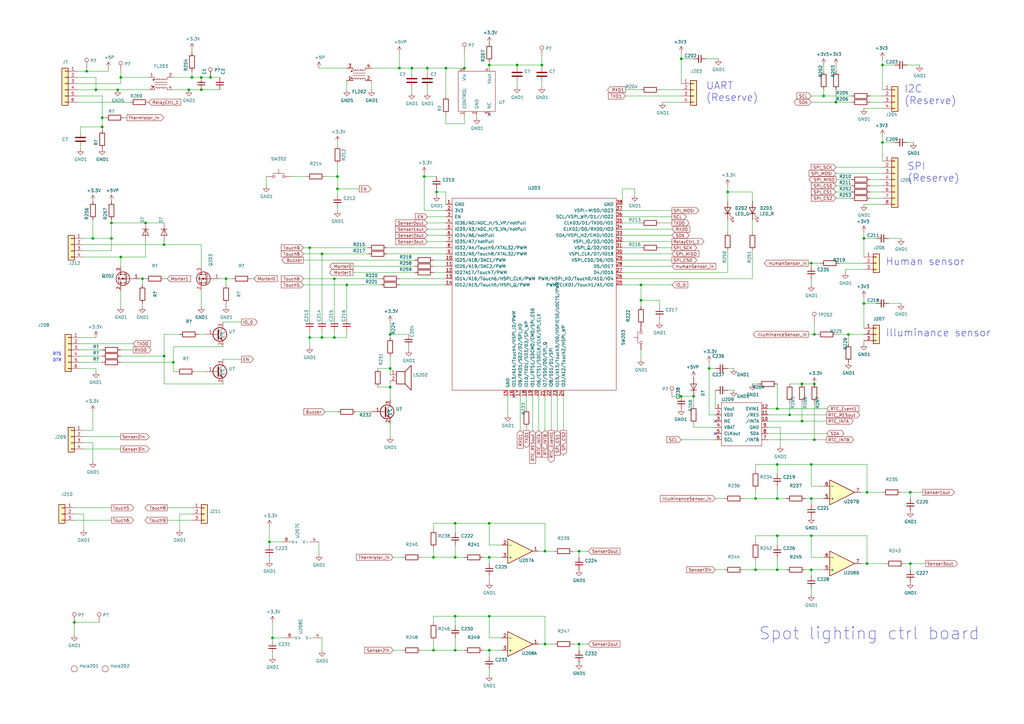
<source format=kicad_sch>
(kicad_sch (version 20211123) (generator eeschema)
  (paper "A3")
  (junction (at 309.88 204.47))
  (junction (at 45.72 91.44))
  (junction (at 190.5 27.94))
  (junction (at 41.91 48.26))
  (junction (at 49.53 105.41))
  (junction (at 186.69 266.7))
  (junction (at 110.49 222.25))
  (junction (at 318.77 204.47))
  (junction (at 182.88 27.94))
  (junction (at 132.08 138.43))
  (junction (at 175.26 27.94))
  (junction (at 49.53 31.75))
  (junction (at 200.66 228.6))
  (junction (at 179.07 78.74))
  (junction (at 355.6 231.14))
  (junction (at 309.88 233.68))
  (junction (at 355.6 201.93))
  (junction (at 332.74 204.47))
  (junction (at 160.02 137.16))
  (junction (at 186.69 228.6))
  (junction (at 35.56 29.21))
  (junction (at 354.33 97.79))
  (junction (at 347.98 137.16))
  (junction (at 127 101.6))
  (junction (at 318.77 233.68))
  (junction (at 38.1 97.79))
  (junction (at 82.55 31.75))
  (junction (at 82.55 36.83))
  (junction (at 361.95 58.42))
  (junction (at 223.52 226.06))
  (junction (at 186.69 252.73))
  (junction (at 361.95 26.67))
  (junction (at 168.91 27.94))
  (junction (at 290.83 151.13))
  (junction (at 334.01 137.16))
  (junction (at 177.8 228.6))
  (junction (at 48.26 36.83))
  (junction (at 41.91 52.07))
  (junction (at 373.38 231.14))
  (junction (at 142.24 116.84))
  (junction (at 237.49 264.16))
  (junction (at 332.74 233.68))
  (junction (at 337.82 39.37))
  (junction (at 58.42 114.3))
  (junction (at 77.47 36.83))
  (junction (at 160.02 158.75))
  (junction (at 279.4 162.56))
  (junction (at 86.36 31.75))
  (junction (at 173.99 72.39))
  (junction (at 67.31 146.05))
  (junction (at 328.93 172.72))
  (junction (at 127 138.43))
  (junction (at 373.38 201.93))
  (junction (at 59.69 91.44))
  (junction (at 177.8 266.7))
  (junction (at 354.33 124.46))
  (junction (at 30.48 255.27))
  (junction (at 318.77 190.5))
  (junction (at 334.01 180.34))
  (junction (at 318.77 167.64))
  (junction (at 262.89 123.19))
  (junction (at 279.4 24.13))
  (junction (at 137.16 138.43))
  (junction (at 39.37 36.83))
  (junction (at 200.66 26.67))
  (junction (at 334.01 157.48))
  (junction (at 200.66 266.7))
  (junction (at 78.74 31.75))
  (junction (at 160.02 151.13))
  (junction (at 342.9 41.91))
  (junction (at 132.08 104.14))
  (junction (at 328.93 157.48))
  (junction (at 332.74 107.95))
  (junction (at 237.49 226.06))
  (junction (at 137.16 114.3))
  (junction (at 318.77 219.71))
  (junction (at 138.43 77.47))
  (junction (at 284.48 162.56))
  (junction (at 186.69 214.63))
  (junction (at 200.66 214.63))
  (junction (at 138.43 72.39))
  (junction (at 332.74 219.71))
  (junction (at 45.72 97.79))
  (junction (at 111.76 261.62))
  (junction (at 67.31 100.33))
  (junction (at 200.66 252.73))
  (junction (at 323.85 170.18))
  (junction (at 223.52 264.16))
  (junction (at 262.89 116.84))
  (junction (at 212.09 26.67))
  (junction (at 222.25 26.67))
  (junction (at 332.74 190.5))
  (junction (at 298.45 78.74))
  (junction (at 163.83 27.94))
  (junction (at 92.71 114.3))
  (junction (at 71.12 148.59))
  (no_connect (at 293.37 177.8))
  (no_connect (at 210.82 162.56))
  (no_connect (at 293.37 172.72))
  (no_connect (at 200.66 46.99))
  (wire (pts (xy 73.66 210.82) (xy 73.66 217.17)))
  (wire (pts (xy 92.71 116.84) (xy 92.71 114.3)))
  (wire (pts (xy 334.01 180.34) (xy 339.09 180.34)))
  (wire (pts (xy 361.95 26.67) (xy 361.95 36.83)))
  (wire (pts (xy 373.38 204.47) (xy 373.38 201.93)))
  (wire (pts (xy 337.82 199.39) (xy 332.74 199.39)))
  (wire (pts (xy 361.95 55.88) (xy 361.95 58.42)))
  (wire (pts (xy 200.66 269.24) (xy 200.66 266.7)))
  (wire (pts (xy 373.38 201.93) (xy 378.46 201.93)))
  (wire (pts (xy 222.25 22.86) (xy 222.25 26.67)))
  (wire (pts (xy 334.01 137.16) (xy 335.28 137.16)))
  (wire (pts (xy 137.16 130.81) (xy 137.16 114.3)))
  (wire (pts (xy 41.91 39.37) (xy 41.91 48.26)))
  (wire (pts (xy 82.55 31.75) (xy 78.74 31.75)))
  (wire (pts (xy 347.98 137.16) (xy 354.33 137.16)))
  (wire (pts (xy 200.66 252.73) (xy 223.52 252.73)))
  (wire (pts (xy 151.13 101.6) (xy 127 101.6)))
  (wire (pts (xy 167.64 143.51) (xy 167.64 142.24)))
  (wire (pts (xy 228.6 176.53) (xy 228.6 162.56)))
  (wire (pts (xy 332.74 116.84) (xy 332.74 114.3)))
  (wire (pts (xy 168.91 27.94) (xy 175.26 27.94)))
  (wire (pts (xy 82.55 36.83) (xy 90.17 36.83)))
  (wire (pts (xy 234.95 264.16) (xy 237.49 264.16)))
  (wire (pts (xy 58.42 114.3) (xy 57.15 114.3)))
  (wire (pts (xy 332.74 109.22) (xy 332.74 107.95)))
  (wire (pts (xy 255.27 91.44) (xy 262.89 91.44)))
  (wire (pts (xy 271.78 41.91) (xy 279.4 41.91)))
  (wire (pts (xy 110.49 223.52) (xy 110.49 222.25)))
  (wire (pts (xy 200.66 261.62) (xy 200.66 252.73)))
  (wire (pts (xy 220.98 162.56) (xy 220.98 176.53)))
  (wire (pts (xy 200.66 276.86) (xy 200.66 274.32)))
  (wire (pts (xy 44.45 27.94) (xy 44.45 29.21)))
  (wire (pts (xy 132.08 130.81) (xy 132.08 104.14)))
  (wire (pts (xy 318.77 233.68) (xy 322.58 233.68)))
  (wire (pts (xy 49.53 105.41) (xy 49.53 109.22)))
  (wire (pts (xy 127 138.43) (xy 127 142.24)))
  (wire (pts (xy 275.59 106.68) (xy 255.27 106.68)))
  (wire (pts (xy 309.88 219.71) (xy 318.77 219.71)))
  (wire (pts (xy 275.59 109.22) (xy 255.27 109.22)))
  (wire (pts (xy 119.38 72.39) (xy 125.73 72.39)))
  (wire (pts (xy 41.91 52.07) (xy 41.91 53.34)))
  (wire (pts (xy 182.88 101.6) (xy 158.75 101.6)))
  (wire (pts (xy 49.53 146.05) (xy 67.31 146.05)))
  (wire (pts (xy 33.02 151.13) (xy 39.37 151.13)))
  (wire (pts (xy 132.08 266.7) (xy 132.08 261.62)))
  (wire (pts (xy 78.74 29.21) (xy 78.74 31.75)))
  (wire (pts (xy 182.88 78.74) (xy 179.07 78.74)))
  (wire (pts (xy 222.25 35.56) (xy 222.25 33.02)))
  (wire (pts (xy 332.74 219.71) (xy 355.6 219.71)))
  (wire (pts (xy 31.75 41.91) (xy 53.34 41.91)))
  (wire (pts (xy 44.45 29.21) (xy 35.56 29.21)))
  (wire (pts (xy 172.72 228.6) (xy 177.8 228.6)))
  (wire (pts (xy 146.05 168.91) (xy 152.4 168.91)))
  (wire (pts (xy 284.48 24.13) (xy 279.4 24.13)))
  (wire (pts (xy 369.57 124.46) (xy 364.49 124.46)))
  (wire (pts (xy 163.83 21.59) (xy 163.83 27.94)))
  (wire (pts (xy 138.43 72.39) (xy 138.43 77.47)))
  (wire (pts (xy 293.37 180.34) (xy 279.4 180.34)))
  (wire (pts (xy 262.89 101.6) (xy 255.27 101.6)))
  (wire (pts (xy 177.8 109.22) (xy 182.88 109.22)))
  (wire (pts (xy 361.95 39.37) (xy 356.87 39.37)))
  (wire (pts (xy 318.77 194.31) (xy 318.77 190.5)))
  (wire (pts (xy 49.53 125.73) (xy 49.53 119.38)))
  (wire (pts (xy 137.16 135.89) (xy 137.16 138.43)))
  (wire (pts (xy 332.74 204.47) (xy 337.82 204.47)))
  (wire (pts (xy 309.88 233.68) (xy 318.77 233.68)))
  (wire (pts (xy 293.37 160.02) (xy 293.37 167.64)))
  (wire (pts (xy 30.48 210.82) (xy 34.29 210.82)))
  (wire (pts (xy 347.98 140.97) (xy 347.98 137.16)))
  (wire (pts (xy 45.72 90.17) (xy 45.72 91.44)))
  (wire (pts (xy 331.47 137.16) (xy 334.01 137.16)))
  (wire (pts (xy 168.91 38.1) (xy 168.91 35.56)))
  (wire (pts (xy 318.77 228.6) (xy 318.77 233.68)))
  (wire (pts (xy 124.46 114.3) (xy 137.16 114.3)))
  (wire (pts (xy 186.69 218.44) (xy 186.69 214.63)))
  (wire (pts (xy 354.33 83.82) (xy 361.95 83.82)))
  (wire (pts (xy 111.76 255.27) (xy 111.76 261.62)))
  (wire (pts (xy 222.25 27.94) (xy 222.25 26.67)))
  (wire (pts (xy 160.02 132.08) (xy 160.02 137.16)))
  (wire (pts (xy 77.47 36.83) (xy 71.12 36.83)))
  (wire (pts (xy 110.49 215.9) (xy 110.49 222.25)))
  (wire (pts (xy 33.02 146.05) (xy 41.91 146.05)))
  (wire (pts (xy 59.69 91.44) (xy 45.72 91.44)))
  (wire (pts (xy 67.31 146.05) (xy 67.31 137.16)))
  (wire (pts (xy 354.33 97.79) (xy 354.33 105.41)))
  (wire (pts (xy 300.99 160.02) (xy 298.45 160.02)))
  (wire (pts (xy 175.26 27.94) (xy 182.88 27.94)))
  (wire (pts (xy 231.14 162.56) (xy 231.14 176.53)))
  (wire (pts (xy 328.93 157.48) (xy 323.85 157.48)))
  (wire (pts (xy 160.02 137.16) (xy 160.02 138.43)))
  (wire (pts (xy 67.31 91.44) (xy 59.69 91.44)))
  (wire (pts (xy 337.82 228.6) (xy 332.74 228.6)))
  (wire (pts (xy 59.69 105.41) (xy 49.53 105.41)))
  (wire (pts (xy 99.06 147.32) (xy 91.44 147.32)))
  (wire (pts (xy 34.29 181.61) (xy 38.1 181.61)))
  (wire (pts (xy 34.29 210.82) (xy 34.29 217.17)))
  (wire (pts (xy 275.59 99.06) (xy 255.27 99.06)))
  (wire (pts (xy 262.89 147.32) (xy 262.89 143.51)))
  (wire (pts (xy 359.41 124.46) (xy 354.33 124.46)))
  (wire (pts (xy 132.08 138.43) (xy 137.16 138.43)))
  (wire (pts (xy 205.74 261.62) (xy 200.66 261.62)))
  (wire (pts (xy 190.5 21.59) (xy 190.5 27.94)))
  (wire (pts (xy 45.72 213.36) (xy 30.48 213.36)))
  (wire (pts (xy 270.51 132.08) (xy 270.51 130.81)))
  (wire (pts (xy 163.83 114.3) (xy 182.88 114.3)))
  (wire (pts (xy 304.8 233.68) (xy 309.88 233.68)))
  (wire (pts (xy 95.25 114.3) (xy 92.71 114.3)))
  (wire (pts (xy 377.19 26.67) (xy 372.11 26.67)))
  (wire (pts (xy 175.26 88.9) (xy 182.88 88.9)))
  (wire (pts (xy 314.96 172.72) (xy 328.93 172.72)))
  (wire (pts (xy 354.33 139.7) (xy 354.33 140.97)))
  (wire (pts (xy 154.94 158.75) (xy 160.02 158.75)))
  (wire (pts (xy 78.74 213.36) (xy 68.58 213.36)))
  (wire (pts (xy 138.43 77.47) (xy 147.32 77.47)))
  (wire (pts (xy 308.61 114.3) (xy 308.61 102.87)))
  (wire (pts (xy 318.77 223.52) (xy 318.77 219.71)))
  (wire (pts (xy 208.28 170.18) (xy 208.28 162.56)))
  (wire (pts (xy 354.33 44.45) (xy 361.95 44.45)))
  (wire (pts (xy 160.02 158.75) (xy 160.02 163.83)))
  (wire (pts (xy 354.33 124.46) (xy 354.33 134.62)))
  (wire (pts (xy 138.43 86.36) (xy 138.43 85.09)))
  (wire (pts (xy 110.49 229.87) (xy 110.49 228.6)))
  (wire (pts (xy 154.94 151.13) (xy 160.02 151.13)))
  (wire (pts (xy 270.51 123.19) (xy 262.89 123.19)))
  (wire (pts (xy 182.88 83.82) (xy 182.88 78.74)))
  (wire (pts (xy 160.02 179.07) (xy 160.02 173.99)))
  (wire (pts (xy 361.95 76.2) (xy 356.87 76.2)))
  (wire (pts (xy 337.82 36.83) (xy 337.82 39.37)))
  (wire (pts (xy 337.82 29.21) (xy 337.82 26.67)))
  (wire (pts (xy 160.02 153.67) (xy 160.02 151.13)))
  (wire (pts (xy 342.9 36.83) (xy 342.9 41.91)))
  (wire (pts (xy 186.69 261.62) (xy 186.69 266.7)))
  (wire (pts (xy 262.89 116.84) (xy 275.59 116.84)))
  (wire (pts (xy 262.89 123.19) (xy 262.89 125.73)))
  (wire (pts (xy 361.95 73.66) (xy 356.87 73.66)))
  (wire (pts (xy 218.44 162.56) (xy 218.44 176.53)))
  (wire (pts (xy 330.2 204.47) (xy 332.74 204.47)))
  (wire (pts (xy 39.37 36.83) (xy 48.26 36.83)))
  (wire (pts (xy 124.46 106.68) (xy 170.18 106.68)))
  (wire (pts (xy 83.82 152.4) (xy 80.01 152.4)))
  (wire (pts (xy 308.61 78.74) (xy 298.45 78.74)))
  (wire (pts (xy 34.29 100.33) (xy 67.31 100.33)))
  (wire (pts (xy 67.31 137.16) (xy 73.66 137.16)))
  (wire (pts (xy 298.45 102.87) (xy 298.45 111.76)))
  (wire (pts (xy 332.74 236.22) (xy 332.74 233.68)))
  (wire (pts (xy 297.18 233.68) (xy 293.37 233.68)))
  (wire (pts (xy 309.88 193.04) (xy 309.88 190.5)))
  (wire (pts (xy 320.04 175.26) (xy 320.04 182.88)))
  (wire (pts (xy 177.8 228.6) (xy 186.69 228.6)))
  (wire (pts (xy 71.12 152.4) (xy 72.39 152.4)))
  (wire (pts (xy 369.57 201.93) (xy 373.38 201.93)))
  (wire (pts (xy 41.91 48.26) (xy 43.18 48.26)))
  (wire (pts (xy 175.26 91.44) (xy 182.88 91.44)))
  (wire (pts (xy 318.77 219.71) (xy 332.74 219.71)))
  (wire (pts (xy 168.91 27.94) (xy 163.83 27.94)))
  (wire (pts (xy 308.61 157.48) (xy 311.15 157.48)))
  (wire (pts (xy 318.77 190.5) (xy 332.74 190.5)))
  (wire (pts (xy 177.8 262.89) (xy 177.8 266.7)))
  (wire (pts (xy 355.6 231.14) (xy 363.22 231.14)))
  (wire (pts (xy 142.24 116.84) (xy 156.21 116.84)))
  (wire (pts (xy 39.37 151.13) (xy 39.37 152.4)))
  (wire (pts (xy 182.88 46.99) (xy 182.88 50.8)))
  (wire (pts (xy 130.81 227.33) (xy 130.81 222.25)))
  (wire (pts (xy 314.96 167.64) (xy 318.77 167.64)))
  (wire (pts (xy 262.89 36.83) (xy 256.54 36.83)))
  (wire (pts (xy 270.51 91.44) (xy 275.59 91.44)))
  (wire (pts (xy 275.59 101.6) (xy 270.51 101.6)))
  (wire (pts (xy 91.44 157.48) (xy 67.31 157.48)))
  (wire (pts (xy 342.9 41.91) (xy 332.74 41.91)))
  (wire (pts (xy 33.02 54.61) (xy 33.02 52.07)))
  (wire (pts (xy 355.6 219.71) (xy 355.6 231.14)))
  (wire (pts (xy 328.93 172.72) (xy 339.09 172.72)))
  (wire (pts (xy 318.77 167.64) (xy 339.09 167.64)))
  (wire (pts (xy 223.52 252.73) (xy 223.52 264.16)))
  (wire (pts (xy 198.12 266.7) (xy 200.66 266.7)))
  (wire (pts (xy 223.52 214.63) (xy 223.52 226.06)))
  (wire (pts (xy 200.66 26.67) (xy 200.66 25.4)))
  (wire (pts (xy 111.76 261.62) (xy 116.84 261.62)))
  (wire (pts (xy 144.78 111.76) (xy 170.18 111.76)))
  (wire (pts (xy 361.95 78.74) (xy 356.87 78.74)))
  (wire (pts (xy 68.58 208.28) (xy 78.74 208.28)))
  (wire (pts (xy 374.65 58.42) (xy 372.11 58.42)))
  (wire (pts (xy 33.02 52.07) (xy 41.91 52.07)))
  (wire (pts (xy 355.6 190.5) (xy 355.6 201.93)))
  (wire (pts (xy 91.44 132.08) (xy 99.06 132.08)))
  (wire (pts (xy 67.31 157.48) (xy 67.31 146.05)))
  (wire (pts (xy 33.02 60.96) (xy 33.02 59.69)))
  (wire (pts (xy 175.26 93.98) (xy 182.88 93.98)))
  (wire (pts (xy 298.45 78.74) (xy 298.45 82.55)))
  (wire (pts (xy 354.33 110.49) (xy 346.71 110.49)))
  (wire (pts (xy 40.64 255.27) (xy 30.48 255.27)))
  (wire (pts (xy 160.02 151.13) (xy 160.02 146.05)))
  (wire (pts (xy 323.85 165.1) (xy 323.85 170.18)))
  (wire (pts (xy 38.1 97.79) (xy 34.29 97.79)))
  (wire (pts (xy 255.27 93.98) (xy 275.59 93.98)))
  (wire (pts (xy 298.45 76.2) (xy 298.45 78.74)))
  (wire (pts (xy 90.17 31.75) (xy 86.36 31.75)))
  (wire (pts (xy 255.27 77.47) (xy 260.35 77.47)))
  (wire (pts (xy 31.75 34.29) (xy 49.53 34.29)))
  (wire (pts (xy 49.53 179.07) (xy 34.29 179.07)))
  (wire (pts (xy 237.49 228.6) (xy 237.49 226.06)))
  (wire (pts (xy 186.69 214.63) (xy 200.66 214.63)))
  (wire (pts (xy 45.72 102.87) (xy 45.72 97.79)))
  (wire (pts (xy 127 135.89) (xy 127 138.43)))
  (wire (pts (xy 318.77 204.47) (xy 322.58 204.47)))
  (wire (pts (xy 354.33 107.95) (xy 344.17 107.95)))
  (wire (pts (xy 137.16 138.43) (xy 142.24 138.43)))
  (wire (pts (xy 82.55 100.33) (xy 82.55 109.22)))
  (wire (pts (xy 237.49 226.06) (xy 241.3 226.06)))
  (wire (pts (xy 361.95 81.28) (xy 356.87 81.28)))
  (wire (pts (xy 78.74 21.59) (xy 78.74 20.32)))
  (wire (pts (xy 77.47 36.83) (xy 82.55 36.83)))
  (wire (pts (xy 31.75 39.37) (xy 41.91 39.37)))
  (wire (pts (xy 367.03 58.42) (xy 361.95 58.42)))
  (wire (pts (xy 71.12 148.59) (xy 71.12 152.4)))
  (wire (pts (xy 212.09 35.56) (xy 212.09 33.02)))
  (wire (pts (xy 200.66 228.6) (xy 205.74 228.6)))
  (wire (pts (xy 349.25 39.37) (xy 337.82 39.37)))
  (wire (pts (xy 50.8 48.26) (xy 52.07 48.26)))
  (wire (pts (xy 195.58 46.99) (xy 195.58 48.26)))
  (wire (pts (xy 38.1 181.61) (xy 38.1 189.23)))
  (wire (pts (xy 226.06 176.53) (xy 226.06 162.56)))
  (wire (pts (xy 111.76 262.89) (xy 111.76 261.62)))
  (wire (pts (xy 49.53 31.75) (xy 49.53 34.29)))
  (wire (pts (xy 339.09 177.8) (xy 314.96 177.8)))
  (wire (pts (xy 92.71 125.73) (xy 92.71 124.46)))
  (wire (pts (xy 334.01 132.08) (xy 334.01 137.16)))
  (wire (pts (xy 186.69 266.7) (xy 190.5 266.7)))
  (wire (pts (xy 38.1 176.53) (xy 38.1 168.91)))
  (wire (pts (xy 177.8 252.73) (xy 186.69 252.73)))
  (wire (pts (xy 34.29 176.53) (xy 38.1 176.53)))
  (wire (pts (xy 177.8 217.17) (xy 177.8 214.63)))
  (wire (pts (xy 71.12 142.24) (xy 71.12 148.59)))
  (wire (pts (xy 186.69 256.54) (xy 186.69 252.73)))
  (wire (pts (xy 361.95 41.91) (xy 356.87 41.91)))
  (wire (pts (xy 173.99 72.39) (xy 173.99 86.36)))
  (wire (pts (xy 33.02 138.43) (xy 39.37 138.43)))
  (wire (pts (xy 212.09 26.67) (xy 222.25 26.67)))
  (wire (pts (xy 200.66 238.76) (xy 200.66 236.22)))
  (wire (pts (xy 190.5 27.94) (xy 182.88 27.94)))
  (wire (pts (xy 309.88 200.66) (xy 309.88 204.47)))
  (wire (pts (xy 82.55 125.73) (xy 82.55 119.38)))
  (wire (pts (xy 177.8 266.7) (xy 186.69 266.7)))
  (wire (pts (xy 213.36 176.53) (xy 213.36 162.56)))
  (wire (pts (xy 223.52 264.16) (xy 220.98 264.16)))
  (wire (pts (xy 355.6 201.93) (xy 361.95 201.93)))
  (wire (pts (xy 330.2 233.68) (xy 332.74 233.68)))
  (wire (pts (xy 175.26 30.48) (xy 175.26 27.94)))
  (wire (pts (xy 279.4 21.59) (xy 279.4 24.13)))
  (wire (pts (xy 255.27 116.84) (xy 262.89 116.84)))
  (wire (pts (xy 284.48 162.56) (xy 284.48 166.37)))
  (wire (pts (xy 167.64 137.16) (xy 160.02 137.16)))
  (wire (pts (xy 262.89 116.84) (xy 262.89 123.19)))
  (wire (pts (xy 337.82 39.37) (xy 332.74 39.37)))
  (wire (pts (xy 309.88 190.5) (xy 318.77 190.5)))
  (wire (pts (xy 132.08 104.14) (xy 124.46 104.14)))
  (wire (pts (xy 33.02 143.51) (xy 41.91 143.51)))
  (wire (pts (xy 223.52 226.06) (xy 220.98 226.06)))
  (wire (pts (xy 160.02 156.21) (xy 160.02 158.75)))
  (wire (pts (xy 132.08 104.14) (xy 151.13 104.14)))
  (wire (pts (xy 308.61 82.55) (xy 308.61 78.74)))
  (wire (pts (xy 41.91 48.26) (xy 41.91 52.07)))
  (wire (pts (xy 284.48 175.26) (xy 293.37 175.26)))
  (wire (pts (xy 309.88 222.25) (xy 309.88 219.71)))
  (wire (pts (xy 215.9 162.56) (xy 215.9 167.64)))
  (wire (pts (xy 279.4 24.13) (xy 279.4 34.29)))
  (wire (pts (xy 179.07 77.47) (xy 179.07 78.74)))
  (wire (pts (xy 275.59 96.52) (xy 255.27 96.52)))
  (wire (pts (xy 49.53 143.51) (xy 54.61 143.51)))
  (wire (pts (xy 152.4 36.83) (xy 152.4 33.02)))
  (wire (pts (xy 275.59 86.36) (xy 255.27 86.36)))
  (wire (pts (xy 355.6 231.14) (xy 353.06 231.14)))
  (wire (pts (xy 144.78 109.22) (xy 170.18 109.22)))
  (wire (pts (xy 284.48 173.99) (xy 284.48 175.26)))
  (wire (pts (xy 182.88 50.8) (xy 190.5 50.8)))
  (wire (pts (xy 290.83 148.59) (xy 290.83 151.13)))
  (wire (pts (xy 45.72 91.44) (xy 45.72 97.79)))
  (wire (pts (xy 177.8 106.68) (xy 182.88 106.68)))
  (wire (pts (xy 212.09 27.94) (xy 212.09 26.67)))
  (wire (pts (xy 168.91 30.48) (xy 168.91 27.94)))
  (wire (pts (xy 137.16 114.3) (xy 156.21 114.3)))
  (wire (pts (xy 279.4 36.83) (xy 270.51 36.83)))
  (wire (pts (xy 370.84 231.14) (xy 373.38 231.14)))
  (wire (pts (xy 275.59 104.14) (xy 255.27 104.14)))
  (wire (pts (xy 309.88 204.47) (xy 318.77 204.47)))
  (wire (pts (xy 332.74 190.5) (xy 355.6 190.5)))
  (wire (pts (xy 142.24 36.83) (xy 142.24 33.02)))
  (wire (pts (xy 177.8 224.79) (xy 177.8 228.6)))
  (wire (pts (xy 34.29 105.41) (xy 49.53 105.41)))
  (wire (pts (xy 175.26 99.06) (xy 182.88 99.06)))
  (wire (pts (xy 179.07 80.01) (xy 179.07 78.74)))
  (wire (pts (xy 255.27 114.3) (xy 308.61 114.3)))
  (wire (pts (xy 369.57 97.79) (xy 364.49 97.79)))
  (wire (pts (xy 359.41 97.79) (xy 354.33 97.79)))
  (wire (pts (xy 78.74 31.75) (xy 71.12 31.75)))
  (wire (pts (xy 68.58 114.3) (xy 67.31 114.3)))
  (wire (pts (xy 190.5 50.8) (xy 190.5 46.99)))
  (wire (pts (xy 49.53 29.21) (xy 49.53 31.75)))
  (wire (pts (xy 163.83 27.94) (xy 152.4 27.94)))
  (wire (pts (xy 349.25 41.91) (xy 342.9 41.91)))
  (wire (pts (xy 346.71 110.49) (xy 346.71 111.76)))
  (wire (pts (xy 30.48 208.28) (xy 45.72 208.28)))
  (wire (pts (xy 200.66 214.63) (xy 223.52 214.63)))
  (wire (pts (xy 260.35 77.47) (xy 260.35 80.01)))
  (wire (pts (xy 290.83 170.18) (xy 293.37 170.18)))
  (wire (pts (xy 49.53 148.59) (xy 71.12 148.59)))
  (wire (pts (xy 35.56 27.94) (xy 35.56 29.21)))
  (wire (pts (xy 309.88 229.87) (xy 309.88 233.68)))
  (wire (pts (xy 279.4 162.56) (xy 284.48 162.56)))
  (wire (pts (xy 223.52 226.06) (xy 227.33 226.06)))
  (wire (pts (xy 83.82 137.16) (xy 81.28 137.16)))
  (wire (pts (xy 109.22 72.39) (xy 109.22 76.2)))
  (wire (pts (xy 110.49 222.25) (xy 115.57 222.25)))
  (wire (pts (xy 294.64 24.13) (xy 289.56 24.13)))
  (wire (pts (xy 334.01 157.48) (xy 328.93 157.48)))
  (wire (pts (xy 34.29 102.87) (xy 45.72 102.87)))
  (wire (pts (xy 332.74 243.84) (xy 332.74 241.3)))
  (wire (pts (xy 124.46 116.84) (xy 142.24 116.84)))
  (wire (pts (xy 332.74 107.95) (xy 331.47 107.95)))
  (wire (pts (xy 270.51 125.73) (xy 270.51 123.19)))
  (wire (pts (xy 48.26 36.83) (xy 60.96 36.83)))
  (wire (pts (xy 133.35 72.39) (xy 138.43 72.39)))
  (wire (pts (xy 332.74 199.39) (xy 332.74 190.5)))
  (wire (pts (xy 102.87 114.3) (xy 104.14 114.3)))
  (wire (pts (xy 332.74 207.01) (xy 332.74 204.47)))
  (wire (pts (xy 237.49 264.16) (xy 241.3 264.16)))
  (wire (pts (xy 349.25 73.66) (xy 342.9 73.66)))
  (wire (pts (xy 132.08 135.89) (xy 132.08 138.43)))
  (wire (pts (xy 138.43 67.31) (xy 138.43 72.39)))
  (wire (pts (xy 78.74 210.82) (xy 73.66 210.82)))
  (wire (pts (xy 373.38 231.14) (xy 379.73 231.14)))
  (wire (pts (xy 300.99 151.13) (xy 298.45 151.13)))
  (wire (pts (xy 67.31 99.06) (xy 67.31 100.33)))
  (wire (pts (xy 31.75 36.83) (xy 39.37 36.83)))
  (wire (pts (xy 86.36 31.75) (xy 82.55 31.75)))
  (wire (pts (xy 336.55 107.95) (xy 332.74 107.95)))
  (wire (pts (xy 186.69 223.52) (xy 186.69 228.6)))
  (wire (pts (xy 33.02 148.59) (xy 41.91 148.59)))
  (wire (pts (xy 342.9 137.16) (xy 347.98 137.16)))
  (wire (pts (xy 342.9 81.28) (xy 349.25 81.28)))
  (wire (pts (xy 59.69 114.3) (xy 58.42 114.3)))
  (wire (pts (xy 314.96 180.34) (xy 334.01 180.34)))
  (wire (pts (xy 142.24 138.43) (xy 142.24 135.89)))
  (wire (pts (xy 130.81 27.94) (xy 142.24 27.94)))
  (wire (pts (xy 30.48 260.35) (xy 30.48 255.27)))
  (wire (pts (xy 234.95 226.06) (xy 237.49 226.06)))
  (wire (pts (xy 177.8 214.63) (xy 186.69 214.63)))
  (wire (pts (xy 255.27 88.9) (xy 275.59 88.9)))
  (wire (pts (xy 332.74 233.68) (xy 337.82 233.68)))
  (wire (pts (xy 177.8 111.76) (xy 182.88 111.76)))
  (wire (pts (xy 200.66 231.14) (xy 200.66 228.6)))
  (wire (pts (xy 304.8 204.47) (xy 309.88 204.47)))
  (wire (pts (xy 38.1 97.79) (xy 45.72 97.79)))
  (wire (pts (xy 334.01 165.1) (xy 334.01 180.34)))
  (wire (pts (xy 38.1 90.17) (xy 38.1 97.79)))
  (wire (pts (xy 298.45 95.25) (xy 298.45 90.17)))
  (wire (pts (xy 127 138.43) (xy 132.08 138.43)))
  (wire (pts (xy 138.43 77.47) (xy 138.43 80.01)))
  (wire (pts (xy 342.9 26.67) (xy 342.9 29.21)))
  (wire (pts (xy 34.29 184.15) (xy 49.53 184.15)))
  (wire (pts (xy 198.12 228.6) (xy 200.66 228.6)))
  (wire (pts (xy 186.69 228.6) (xy 190.5 228.6)))
  (wire (pts (xy 342.9 68.58) (xy 361.95 68.58)))
  (wire (pts (xy 133.35 168.91) (xy 138.43 168.91)))
  (wire (pts (xy 186.69 252.73) (xy 200.66 252.73)))
  (wire (pts (xy 290.83 151.13) (xy 290.83 170.18)))
  (wire (pts (xy 320.04 175.26) (xy 314.96 175.26)))
  (wire (pts (xy 237.49 266.7) (xy 237.49 264.16)))
  (wire (pts (xy 361.95 71.12) (xy 342.9 71.12)))
  (wire (pts (xy 205.74 223.52) (xy 200.66 223.52)))
  (wire (pts (xy 361.95 24.13) (xy 361.95 26.67)))
  (wire (pts (xy 349.25 76.2) (xy 342.9 76.2)))
  (wire (pts (xy 328.93 165.1) (xy 328.93 172.72)))
  (wire (pts (xy 318.77 199.39) (xy 318.77 204.47)))
  (wire (pts (xy 200.66 266.7) (xy 205.74 266.7)))
  (wire (pts (xy 279.4 39.37) (xy 256.54 39.37)))
  (wire (pts (xy 58.42 125.73) (xy 58.42 124.46)))
  (wire (pts (xy 367.03 26.67) (xy 361.95 26.67)))
  (wire (pts (xy 200.66 223.52) (xy 200.66 214.63)))
  (wire (pts (xy 111.76 269.24) (xy 111.76 267.97)))
  (wire (pts (xy 58.42 116.84) (xy 58.42 114.3)))
  (wire (pts (xy 142.24 130.81) (xy 142.24 116.84)))
  (wire (pts (xy 373.38 233.68) (xy 373.38 231.14)))
  (wire (pts (xy 200.66 26.67) (xy 212.09 26.67)))
  (wire (pts (xy 138.43 58.42) (xy 138.43 59.69)))
  (wire (pts (xy 275.59 162.56) (xy 279.4 162.56)))
  (wire (pts (xy 332.74 228.6) (xy 332.74 219.71)))
  (wire (pts (xy 177.8 255.27) (xy 177.8 252.73)))
  (wire (pts (xy 67.31 100.33) (xy 82.55 100.33)))
  (wire (pts (xy 179.07 72.39) (xy 173.99 72.39)))
  (wire (pts (xy 175.26 96.52) (xy 182.88 96.52)))
  (wire (pts (xy 293.37 204.47) (xy 297.18 204.47)))
  (wire (pts (xy 59.69 99.06) (xy 59.69 105.41)))
  (wire (pts (xy 354.33 95.25) (xy 354.33 97.79)))
  (wire (pts (xy 342.9 78.74) (xy 349.25 78.74)))
  (wire (pts (xy 173.99 86.36) (xy 182.88 86.36)))
  (wire (pts (xy 361.95 58.42) (xy 361.95 66.04)))
  (wire (pts (xy 163.83 116.84) (xy 182.88 116.84)))
  (wire (pts (xy 158.75 104.14) (xy 182.88 104.14)))
  (wire (pts (xy 323.85 170.18) (xy 339.09 170.18)))
  (wire (pts (xy 355.6 201.93) (xy 353.06 201.93)))
  (wire (pts (xy 308.61 95.25) (xy 308.61 90.17)))
  (wire (pts (xy 323.85 170.18) (xy 314.96 170.18)))
  (wire (pts (xy 354.33 121.92) (xy 354.33 124.46)))
  (wire (pts (xy 175.26 35.56) (xy 175.26 38.1)))
  (wire (pts (xy 298.45 111.76) (xy 255.27 111.76)))
  (wire (pts (xy 173.99 71.12) (xy 173.99 72.39)))
  (wire (pts (xy 33.02 140.97) (xy 54.61 140.97)))
  (wire (pts (xy 35.56 29.21) (xy 31.75 29.21)))
  (wire (pts (xy 39.37 31.75) (xy 39.37 36.83)))
  (wire (pts (xy 293.37 151.13) (xy 290.83 151.13)))
  (wire (pts (xy 200.66 27.94) (xy 200.66 26.67)))
  (wire (pts (xy 92.71 114.3) (xy 90.17 114.3)))
  (wire (pts (xy 161.29 266.7) (xy 165.1 266.7)))
  (wire (pts (xy 223.52 264.16) (xy 227.33 264.16)))
  (wire (pts (xy 91.44 142.24) (xy 71.12 142.24)))
  (wire (pts (xy 255.27 83.82) (xy 255.27 77.47)))
  (wire (pts (xy 127 130.81) (xy 127 101.6)))
  (wire (pts (xy 172.72 266.7) (xy 177.8 266.7)))
  (wire (pts (xy 215.9 175.26) (xy 215.9 176.53)))
  (wire (pts (xy 182.88 39.37) (xy 182.88 27.94)))
  (wire (pts (xy 165.1 228.6) (xy 161.29 228.6)))
  (wire (pts (xy 318.77 157.48) (xy 318.77 167.64)))
  (wire (pts (xy 49.53 31.75) (xy 60.96 31.75)))
  (wire (pts (xy 127 101.6) (xy 124.46 101.6)))
  (wire (pts (xy 223.52 176.53) (xy 223.52 162.56)))
  (wire (pts (xy 31.75 31.75) (xy 39.37 31.75)))
  (text "DTR" (at 21.59 148.59 0) (effects (font (size 1.27 1.27)) (justify left bottom)))
  (text "Spot lighting ctrl board" (at 311.15 262.89 0) (effects (font (size 5.0038 5.0038)) (justify left bottom)))
  (text "UART\n(Reserve)" (at 289.56 41.91 0) (effects (font (size 2.9972 2.9972)) (justify left bottom)))
  (text "Illuminance sensor" (at 363.22 138.43 0) (effects (font (size 2.9972 2.9972)) (justify left bottom)))
  (text "RTS" (at 21.59 146.05 0) (effects (font (size 1.27 1.27)) (justify left bottom)))
  (text "Human sensor" (at 363.22 109.22 0) (effects (font (size 2.9972 2.9972)) (justify left bottom)))
  (text "SPI\n(Reserve)" (at 372.11 74.93 0) (effects (font (size 2.9972 2.9972)) (justify left bottom)))
  (text "I2C\n(Reserve)" (at 370.84 43.18 0) (effects (font (size 2.9972 2.9972)) (justify left bottom)))
  (global_label "Senser3in" (shape input) (at 293.37 233.68 180) (property "Intersheet References" "${INTERSHEET_REFS}" (effects hide)))
  (global_label "TXD1" (shape input) (at 256.54 39.37 180) (property "Intersheet References" "${INTERSHEET_REFS}" (effects hide)))
  (global_label "Morter1" (shape output) (at 144.78 111.76 180) (property "Intersheet References" "${INTERSHEET_REFS}" (effects hide)))
  (global_label "RTC_RESout" (shape output) (at 339.09 170.18 0) (property "Intersheet References" "${INTERSHEET_REFS}" (effects hide)))
  (global_label "RXD1" (shape input) (at 213.36 176.53 270) (property "Intersheet References" "${INTERSHEET_REFS}" (effects hide)))
  (global_label "TXD0" (shape input) (at 54.61 140.97 0) (property "Intersheet References" "${INTERSHEET_REFS}" (effects hide)))
  (global_label "RXD0" (shape input) (at 275.59 93.98 0) (property "Intersheet References" "${INTERSHEET_REFS}" (effects hide)))
  (global_label "RTC_INTA" (shape input) (at 220.98 176.53 270) (property "Intersheet References" "${INTERSHEET_REFS}" (effects hide)))
  (global_label "SPI_MISO" (shape output) (at 342.9 73.66 180) (property "Intersheet References" "${INTERSHEET_REFS}" (effects hide)))
  (global_label "RTC_INTB" (shape input) (at 223.52 176.53 270) (property "Intersheet References" "${INTERSHEET_REFS}" (effects hide)))
  (global_label "Morter1" (shape input) (at 68.58 114.3 0) (property "Intersheet References" "${INTERSHEET_REFS}" (effects hide)))
  (global_label "SCL" (shape input) (at 279.4 180.34 180) (property "Intersheet References" "${INTERSHEET_REFS}" (effects hide)))
  (global_label "SPI_MOSI" (shape output) (at 275.59 86.36 0) (property "Intersheet References" "${INTERSHEET_REFS}" (effects hide)))
  (global_label "SPI_CS2" (shape input) (at 342.9 81.28 180) (property "Intersheet References" "${INTERSHEET_REFS}" (effects hide)))
  (global_label "RXD1" (shape output) (at 256.54 36.83 180) (property "Intersheet References" "${INTERSHEET_REFS}" (effects hide)))
  (global_label "Senser3out" (shape input) (at 175.26 99.06 180) (property "Intersheet References" "${INTERSHEET_REFS}" (effects hide)))
  (global_label "EN" (shape input) (at 175.26 88.9 180) (property "Intersheet References" "${INTERSHEET_REFS}" (effects hide)))
  (global_label "SPI_CS0" (shape output) (at 275.59 106.68 0) (property "Intersheet References" "${INTERSHEET_REFS}" (effects hide)))
  (global_label "SDA" (shape bidirectional) (at 339.09 177.8 0) (property "Intersheet References" "${INTERSHEET_REFS}" (effects hide)))
  (global_label "Buzzer" (shape input) (at 133.35 168.91 180) (property "Intersheet References" "${INTERSHEET_REFS}" (effects hide)))
  (global_label "RelayCtrl_1" (shape output) (at 275.59 99.06 0) (property "Intersheet References" "${INTERSHEET_REFS}" (effects hide)))
  (global_label "Touch5" (shape output) (at 45.72 208.28 0) (property "Intersheet References" "${INTERSHEET_REFS}" (effects hide)))
  (global_label "Thermistor_in" (shape output) (at 52.07 48.26 0) (property "Intersheet References" "${INTERSHEET_REFS}" (effects hide)))
  (global_label "SDA" (shape bidirectional) (at 332.74 41.91 180) (property "Intersheet References" "${INTERSHEET_REFS}" (effects hide)))
  (global_label "Touch8" (shape input) (at 124.46 104.14 180) (property "Intersheet References" "${INTERSHEET_REFS}" (effects hide)))
  (global_label "SDA" (shape bidirectional) (at 275.59 96.52 0) (property "Intersheet References" "${INTERSHEET_REFS}" (effects hide)))
  (global_label "RTC_INTB" (shape output) (at 339.09 180.34 0) (property "Intersheet References" "${INTERSHEET_REFS}" (effects hide)))
  (global_label "SPI_MISO" (shape input) (at 275.59 104.14 0) (property "Intersheet References" "${INTERSHEET_REFS}" (effects hide)))
  (global_label "Senser3in" (shape output) (at 49.53 184.15 0) (property "Intersheet References" "${INTERSHEET_REFS}" (effects hide)))
  (global_label "Buzzer" (shape output) (at 124.46 106.68 180) (property "Intersheet References" "${INTERSHEET_REFS}" (effects hide)))
  (global_label "RTC_Event1" (shape output) (at 226.06 176.53 270) (property "Intersheet References" "${INTERSHEET_REFS}" (effects hide)))
  (global_label "Senser2in" (shape output) (at 49.53 179.07 0) (property "Intersheet References" "${INTERSHEET_REFS}" (effects hide)))
  (global_label "RXD0" (shape output) (at 54.61 143.51 0) (property "Intersheet References" "${INTERSHEET_REFS}" (effects hide)))
  (global_label "IO_0" (shape input) (at 275.59 116.84 0) (property "Intersheet References" "${INTERSHEET_REFS}" (effects hide)))
  (global_label "SPI_MOSI" (shape input) (at 342.9 71.12 180) (property "Intersheet References" "${INTERSHEET_REFS}" (effects hide)))
  (global_label "Morter0" (shape output) (at 144.78 109.22 180) (property "Intersheet References" "${INTERSHEET_REFS}" (effects hide)))
  (global_label "TXD1" (shape output) (at 215.9 176.53 270) (property "Intersheet References" "${INTERSHEET_REFS}" (effects hide)))
  (global_label "Touch8" (shape output) (at 68.58 208.28 180) (property "Intersheet References" "${INTERSHEET_REFS}" (effects hide)))
  (global_label "IO_0" (shape output) (at 99.06 132.08 0) (property "Intersheet References" "${INTERSHEET_REFS}" (effects hide)))
  (global_label "RTC_RESout" (shape input) (at 218.44 176.53 270) (property "Intersheet References" "${INTERSHEET_REFS}" (effects hide)))
  (global_label "SPI_CS0" (shape input) (at 342.9 76.2 180) (property "Intersheet References" "${INTERSHEET_REFS}" (effects hide)))
  (global_label "Touch5" (shape input) (at 124.46 116.84 180) (property "Intersheet References" "${INTERSHEET_REFS}" (effects hide)))
  (global_label "EN" (shape output) (at 147.32 77.47 0) (property "Intersheet References" "${INTERSHEET_REFS}" (effects hide)))
  (global_label "Morter0" (shape input) (at 104.14 114.3 0) (property "Intersheet References" "${INTERSHEET_REFS}" (effects hide)))
  (global_label "SCL" (shape input) (at 332.74 39.37 180) (property "Intersheet References" "${INTERSHEET_REFS}" (effects hide)))
  (global_label "Senser1out" (shape input) (at 175.26 93.98 180) (property "Intersheet References" "${INTERSHEET_REFS}" (effects hide)))
  (global_label "SPI_CS1" (shape input) (at 228.6 176.53 270) (property "Intersheet References" "${INTERSHEET_REFS}" (effects hide)))
  (global_label "RelayCtrl_1" (shape input) (at 60.96 41.91 0) (property "Intersheet References" "${INTERSHEET_REFS}" (effects hide)))
  (global_label "RTC_INTA" (shape output) (at 339.09 172.72 0) (property "Intersheet References" "${INTERSHEET_REFS}" (effects hide)))
  (global_label "SPI_SCK" (shape output) (at 275.59 101.6 0) (property "Intersheet References" "${INTERSHEET_REFS}" (effects hide)))
  (global_label "Senser0out" (shape input) (at 175.26 91.44 180) (property "Intersheet References" "${INTERSHEET_REFS}" (effects hide)))
  (global_label "Touch9" (shape output) (at 68.58 213.36 180) (property "Intersheet References" "${INTERSHEET_REFS}" (effects hide)))
  (global_label "SPI_CS1" (shape input) (at 342.9 78.74 180) (property "Intersheet References" "${INTERSHEET_REFS}" (effects hide)))
  (global_label "HumanSensor_in" (shape output) (at 331.47 107.95 180) (property "Intersheet References" "${INTERSHEET_REFS}" (effects hide)))
  (global_label "EN" (shape output) (at 99.06 147.32 0) (property "Intersheet References" "${INTERSHEET_REFS}" (effects hide)))
  (global_label "Senser0out" (shape input) (at 241.3 226.06 0) (property "Intersheet References" "${INTERSHEET_REFS}" (effects hide)))
  (global_label "Senser2out" (shape input) (at 241.3 264.16 0) (property "Intersheet References" "${INTERSHEET_REFS}" (effects hide)))
  (global_label "Senser1out" (shape output) (at 378.46 201.93 0) (property "Intersheet References" "${INTERSHEET_REFS}" (effects hide)))
  (global_label "Touch9" (shape input) (at 124.46 101.6 180) (property "Intersheet References" "${INTERSHEET_REFS}" (effects hide)))
  (global_label "Senser3out" (shape output) (at 379.73 231.14 0) (property "Intersheet References" "${INTERSHEET_REFS}" (effects hide)))
  (global_label "SPI_SCK" (shape input) (at 342.9 68.58 180) (property "Intersheet References" "${INTERSHEET_REFS}" (effects hide)))
  (global_label "SCL" (shape output) (at 275.59 88.9 0) (property "Intersheet References" "${INTERSHEET_REFS}" (effects hide)))
  (global_label "RTC_Event1" (shape input) (at 339.09 167.64 0) (property "Intersheet References" "${INTERSHEET_REFS}" (effects hide)))
  (global_label "HumanSensor_in" (shape input) (at 275.59 109.22 0) (property "Intersheet References" "${INTERSHEET_REFS}" (effects hide)))
  (global_label "TXD0" (shape output) (at 275.59 91.44 0) (property "Intersheet References" "${INTERSHEET_REFS}" (effects hide)))
  (global_label "Thermistor_in" (shape input) (at 161.29 228.6 180) (property "Intersheet References" "${INTERSHEET_REFS}" (effects hide)))
  (global_label "Senser2out" (shape input) (at 175.26 96.52 180) (property "Intersheet References" "${INTERSHEET_REFS}" (effects hide)))
  (global_label "Senser2in" (shape input) (at 161.29 266.7 180) (property "Intersheet References" "${INTERSHEET_REFS}" (effects hide)))
  (global_label "Touch6" (shape input) (at 124.46 114.3 180) (property "Intersheet References" "${INTERSHEET_REFS}" (effects hide)))
  (global_label "SPI_CS2" (shape output) (at 231.14 176.53 270) (property "Intersheet References" "${INTERSHEET_REFS}" (effects hide)))
  (global_label "IlluminanceSensor_in" (shape output) (at 331.47 137.16 180) (property "Intersheet References" "${INTERSHEET_REFS}" (effects hide)))
  (global_label "Touch6" (shape output) (at 45.72 213.36 0) (property "Intersheet References" "${INTERSHEET_REFS}" (effects hide)))
  (global_label "IlluminanceSensor_in" (shape input) (at 293.37 204.47 180) (property "Intersheet References" "${INTERSHEET_REFS}" (effects hide)))
  (symbol (lib_id "Device:R") (at 138.43 63.5 180) (unit 1)
    (property "Reference" "R212" (at 140.97 63.5 90))
  )
  (symbol (lib_id "Device:C_Small") (at 138.43 82.55 0) (unit 1)
    (property "Reference" "C212" (at 140.7668 81.3816 0) (effects (justify left)))
  )
  (symbol (lib_id "power:GND1") (at 138.43 86.36 0) (unit 1)
    (property "Reference" "#PWR0235" (effects hide))
  )
  (symbol (lib_id "power:+3.3V") (at 138.43 58.42 0) (unit 1)
    (property "Reference" "#PWR0230" (effects hide))
  )
  (symbol (lib_id "power:+3.3V") (at 173.99 71.12 0) (unit 1)
    (property "Reference" "#PWR0227" (effects hide))
  )
  (symbol (lib_id "power:GND1") (at 179.07 80.01 0) (unit 1)
    (property "Reference" "#PWR0229" (effects hide))
  )
  (symbol (lib_id "Device:C_Small") (at 179.07 74.93 0) (unit 1)
    (property "Reference" "C210" (at 181.4068 73.7616 0) (effects (justify left)))
  )
  (symbol (lib_id "Switch:SW_Push") (at 114.3 72.39 0) (unit 1)
    (property "Reference" "SW202" (at 114.3 65.151 0))
  )
  (symbol (lib_id "Device:R") (at 129.54 72.39 90) (unit 1)
    (property "Reference" "R214" (at 129.54 67.1322 90))
  )
  (symbol (lib_id "Switch:SW_Push") (at 262.89 138.43 90) (unit 1)
    (property "Reference" "SW203" (at 255.651 138.43 0))
  )
  (symbol (lib_id "power:GND1") (at 109.22 76.2 0) (unit 1)
    (property "Reference" "#PWR0233" (effects hide))
  )
  (symbol (lib_id "Device:R") (at 262.89 129.54 180) (unit 1)
    (property "Reference" "R222" (at 257.6322 129.54 90))
  )
  (symbol (lib_id "Amplifier_Operational:MCP6002-xSN") (at 213.36 226.06 0) (mirror x) (unit 1)
    (property "Reference" "U207" (at 215.9 229.87 0))
    (property "Datasheet" "http://ww1.microchip.com/downloads/en/DeviceDoc/21733j.pdf" (effects hide))
  )
  (symbol (lib_id "Amplifier_Operational:MCP6002-xSN") (at 345.44 201.93 0) (mirror x) (unit 2)
    (property "Reference" "U207" (at 349.25 205.74 0))
    (property "Datasheet" "http://ww1.microchip.com/downloads/en/DeviceDoc/21733j.pdf" (effects hide))
  )
  (symbol (lib_id "Amplifier_Operational:MCP6002-xSN") (at 123.19 219.71 90) (unit 3)
    (property "Reference" "U207" (at 122.0216 220.7768 0) (effects (justify left)))
    (property "Datasheet" "http://ww1.microchip.com/downloads/en/DeviceDoc/21733j.pdf" (effects hide))
  )
  (symbol (lib_id "spot-rescue:ESP32-WROOM-32-spot") (at 204.47 110.49 0) (unit 1)
    (property "Reference" "U203" (at 219.075 77.089 0))
  )
  (symbol (lib_id "power:+3.3V") (at 39.37 138.43 0) (mirror y) (unit 1)
    (property "Reference" "#PWR0241" (effects hide))
  )
  (symbol (lib_id "power:GND1") (at 39.37 152.4 0) (mirror y) (unit 1)
    (property "Reference" "#PWR0244" (effects hide))
  )
  (symbol (lib_id "Device:R") (at 194.31 228.6 90) (unit 1)
    (property "Reference" "R241" (at 194.31 223.3422 90))
  )
  (symbol (lib_id "Device:R") (at 168.91 228.6 90) (unit 1)
    (property "Reference" "R240" (at 168.91 223.3422 90))
  )
  (symbol (lib_id "Device:C_Small") (at 186.69 220.98 0) (unit 1)
    (property "Reference" "C222" (at 189.0268 219.8116 0) (effects (justify left)))
  )
  (symbol (lib_id "Device:C_Small") (at 200.66 233.68 0) (unit 1)
    (property "Reference" "C225" (at 202.9968 232.5116 0) (effects (justify left)))
  )
  (symbol (lib_id "power:GND1") (at 200.66 238.76 0) (unit 1)
    (property "Reference" "#PWR0258" (effects hide))
  )
  (symbol (lib_id "spot-rescue:2SC2712-Y-spot") (at 91.44 139.7 0) (unit 1)
    (property "Reference" "U?" (at 93.7768 135.9916 0) (effects (justify left)))
  )
  (symbol (lib_id "Device:R") (at 177.8 220.98 0) (unit 1)
    (property "Reference" "R238" (at 179.578 219.8116 0) (effects (justify left)))
  )
  (symbol (lib_id "spot-rescue:2SC2712-Y-spot") (at 91.44 154.94 0) (unit 1)
    (property "Reference" "U?" (at 93.7768 151.2316 0) (effects (justify left)))
  )
  (symbol (lib_id "Device:R") (at 76.2 152.4 270) (mirror x) (unit 1)
    (property "Reference" "R?" (at 76.2 147.1422 90))
  )
  (symbol (lib_id "Device:R") (at 77.47 137.16 270) (mirror x) (unit 1)
    (property "Reference" "R?" (at 77.47 131.9022 90))
  )
  (symbol (lib_id "Device:R") (at 326.39 204.47 90) (unit 1)
    (property "Reference" "R237" (at 326.39 199.2122 90))
  )
  (symbol (lib_id "Device:R") (at 300.99 204.47 90) (unit 1)
    (property "Reference" "R236" (at 300.99 199.2122 90))
  )
  (symbol (lib_id "Device:C_Small") (at 318.77 196.85 0) (unit 1)
    (property "Reference" "C219" (at 321.1068 195.6816 0) (effects (justify left)))
  )
  (symbol (lib_id "Device:C_Small") (at 332.74 209.55 0) (unit 1)
    (property "Reference" "C221" (at 335.0768 208.3816 0) (effects (justify left)))
  )
  (symbol (lib_id "power:GND1") (at 332.74 212.09 0) (unit 1)
    (property "Reference" "#PWR0252" (effects hide))
  )
  (symbol (lib_id "Device:R") (at 309.88 196.85 0) (unit 1)
    (property "Reference" "R234" (at 311.658 195.6816 0) (effects (justify left)))
  )
  (symbol (lib_id "power:+3.3V") (at 110.49 215.9 0) (unit 1)
    (property "Reference" "#PWR0251" (effects hide))
  )
  (symbol (lib_id "power:GND1") (at 110.49 229.87 0) (unit 1)
    (property "Reference" "#PWR0256" (effects hide))
  )
  (symbol (lib_id "power:GND1") (at 130.81 227.33 0) (unit 1)
    (property "Reference" "#PWR0253" (effects hide))
  )
  (symbol (lib_id "Device:C_Small") (at 110.49 226.06 0) (unit 1)
    (property "Reference" "C223" (at 112.8268 224.8916 0) (effects (justify left)))
  )
  (symbol (lib_id "Device:C_Small") (at 111.76 265.43 0) (unit 1)
    (property "Reference" "C231" (at 114.0968 264.2616 0) (effects (justify left)))
  )
  (symbol (lib_id "power:GND1") (at 132.08 266.7 0) (unit 1)
    (property "Reference" "#PWR0263" (effects hide))
  )
  (symbol (lib_id "power:GND1") (at 111.76 269.24 0) (unit 1)
    (property "Reference" "#PWR0264" (effects hide))
  )
  (symbol (lib_id "power:+3.3V") (at 111.76 255.27 0) (unit 1)
    (property "Reference" "#PWR0261" (effects hide))
  )
  (symbol (lib_id "Device:R") (at 309.88 226.06 0) (unit 1)
    (property "Reference" "R242" (at 311.658 224.8916 0) (effects (justify left)))
  )
  (symbol (lib_id "power:GND1") (at 332.74 243.84 0) (unit 1)
    (property "Reference" "#PWR0262" (effects hide))
  )
  (symbol (lib_id "Device:C_Small") (at 332.74 238.76 0) (unit 1)
    (property "Reference" "C228" (at 335.0768 237.5916 0) (effects (justify left)))
  )
  (symbol (lib_id "Device:C_Small") (at 318.77 226.06 0) (unit 1)
    (property "Reference" "C226" (at 321.1068 224.8916 0) (effects (justify left)))
  )
  (symbol (lib_id "Device:R") (at 300.99 233.68 90) (unit 1)
    (property "Reference" "R244" (at 300.99 228.4222 90))
  )
  (symbol (lib_id "Device:R") (at 326.39 233.68 90) (unit 1)
    (property "Reference" "R245" (at 326.39 228.4222 90))
  )
  (symbol (lib_id "Device:R") (at 177.8 259.08 0) (unit 1)
    (property "Reference" "R246" (at 179.578 257.9116 0) (effects (justify left)))
  )
  (symbol (lib_id "power:GND1") (at 200.66 276.86 0) (unit 1)
    (property "Reference" "#PWR0266" (effects hide))
  )
  (symbol (lib_id "Device:C_Small") (at 200.66 271.78 0) (unit 1)
    (property "Reference" "C233" (at 202.9968 270.6116 0) (effects (justify left)))
  )
  (symbol (lib_id "Device:C_Small") (at 186.69 259.08 0) (unit 1)
    (property "Reference" "C230" (at 189.0268 257.9116 0) (effects (justify left)))
  )
  (symbol (lib_id "Device:R") (at 168.91 266.7 90) (unit 1)
    (property "Reference" "R248" (at 168.91 261.4422 90))
  )
  (symbol (lib_id "Device:R") (at 194.31 266.7 90) (unit 1)
    (property "Reference" "R249" (at 194.31 261.4422 90))
  )
  (symbol (lib_id "Amplifier_Operational:MCP6002-xSN") (at 124.46 259.08 90) (unit 3)
    (property "Reference" "U208" (at 123.2916 260.1468 0) (effects (justify left)))
    (property "Datasheet" "http://ww1.microchip.com/downloads/en/DeviceDoc/21733j.pdf" (effects hide))
  )
  (symbol (lib_id "Amplifier_Operational:MCP6002-xSN") (at 345.44 231.14 0) (mirror x) (unit 2)
    (property "Reference" "U208" (at 349.25 234.95 0))
    (property "Datasheet" "http://ww1.microchip.com/downloads/en/DeviceDoc/21733j.pdf" (effects hide))
  )
  (symbol (lib_id "Amplifier_Operational:MCP6002-xSN") (at 213.36 264.16 0) (mirror x) (unit 1)
    (property "Reference" "U208" (at 217.17 267.97 0))
    (property "Datasheet" "http://ww1.microchip.com/downloads/en/DeviceDoc/21733j.pdf" (effects hide))
  )
  (symbol (lib_id "Connector_Generic:Conn_01x06") (at 26.67 34.29 0) (mirror y) (unit 1)
    (property "Reference" "J?" (at 27.94 25.4 0) (effects (justify left)))
  )
  (symbol (lib_id "Connector_Generic:Conn_01x04") (at 29.21 179.07 0) (mirror y) (unit 1)
    (property "Reference" "J209" (at 27.178 179.2732 0) (effects (justify left)))
  )
  (symbol (lib_id "power:GND1") (at 41.91 60.96 0) (unit 1)
    (property "Reference" "#PWR0114" (effects hide))
  )
  (symbol (lib_id "power:+5P") (at 44.45 27.94 0) (unit 1)
    (property "Reference" "#PWR0211" (effects hide))
  )
  (symbol (lib_id "Device:Speaker") (at 165.1 153.67 0) (unit 1)
    (property "Reference" "LS202" (at 169.418 153.7716 0) (effects (justify left)))
  )
  (symbol (lib_id "Device:R") (at 160.02 142.24 0) (unit 1)
    (property "Reference" "R224" (at 161.29 134.62 90))
  )
  (symbol (lib_id "spot-rescue:2SC2712-Y-spot") (at 160.02 171.45 0) (unit 1)
    (property "Reference" "U?" (at 162.3568 167.7416 0) (effects (justify left)))
  )
  (symbol (lib_id "Device:EMI_Filter_CommonMode") (at 66.04 34.29 0) (unit 1)
    (property "Reference" "FL203" (at 66.04 27.1526 0))
  )
  (symbol (lib_id "power:+3.3V") (at 78.74 20.32 0) (unit 1)
    (property "Reference" "#PWR0212" (effects hide))
  )
  (symbol (lib_id "power:GND1") (at 77.47 36.83 0) (unit 1)
    (property "Reference" "#PWR0219" (effects hide))
  )
  (symbol (lib_id "power:GND1") (at 160.02 179.07 0) (unit 1)
    (property "Reference" "#PWR0248" (effects hide))
  )
  (symbol (lib_id "power:+3.3V") (at 38.1 168.91 0) (mirror y) (unit 1)
    (property "Reference" "#PWR0246" (effects hide))
  )
  (symbol (lib_id "power:GND1") (at 33.02 60.96 0) (unit 1)
    (property "Reference" "#PWR0124" (effects hide))
  )
  (symbol (lib_id "Device:R") (at 154.94 154.94 0) (unit 1)
    (property "Reference" "R231" (at 156.21 147.32 90))
  )
  (symbol (lib_id "power:GND1") (at 38.1 189.23 0) (unit 1)
    (property "Reference" "#PWR0249" (effects hide))
  )
  (symbol (lib_id "Connector_Generic:Conn_01x06") (at 27.94 143.51 0) (mirror y) (unit 1)
    (property "Reference" "J208" (at 20.32 133.35 0) (effects (justify left)))
  )
  (symbol (lib_id "Connector:TestPoint") (at 86.36 31.75 0) (unit 1)
    (property "Reference" "P?" (at 87.8332 28.7528 0) (effects (justify left)))
  )
  (symbol (lib_id "power:+3.3V") (at 160.02 132.08 0) (unit 1)
    (property "Reference" "#PWR0238" (effects hide))
  )
  (symbol (lib_id "Device:R") (at 142.24 168.91 270) (unit 1)
    (property "Reference" "R232" (at 149.86 170.18 90))
  )
  (symbol (lib_id "Device:C_Small") (at 82.55 34.29 180) (unit 1)
    (property "Reference" "C1" (at 83.82 27.94 90) (effects (justify left)))
  )
  (symbol (lib_id "Connector:TestPoint") (at 35.56 27.94 0) (unit 1)
    (property "Reference" "P?" (at 37.0332 24.9428 0) (effects (justify left)))
  )
  (symbol (lib_id "Device:C_Small") (at 90.17 34.29 180) (unit 1)
    (property "Reference" "C2" (at 91.44 27.94 90) (effects (justify left)))
  )
  (symbol (lib_id "Connector:TestPoint") (at 49.53 29.21 0) (unit 1)
    (property "Reference" "P?" (at 51.0032 26.2128 0) (effects (justify left)))
  )
  (symbol (lib_id "power:GND1") (at 262.89 147.32 0) (unit 1)
    (property "Reference" "#PWR0243" (effects hide))
  )
  (symbol (lib_id "Device:R") (at 173.99 106.68 90) (unit 1)
    (property "Reference" "R218" (at 166.37 105.41 90))
  )
  (symbol (lib_id "Device:C_Small") (at 270.51 128.27 0) (unit 1)
    (property "Reference" "C217" (at 272.8468 127.1016 0) (effects (justify left)))
  )
  (symbol (lib_id "power:GND1") (at 270.51 132.08 0) (unit 1)
    (property "Reference" "#PWR0239" (effects hide))
  )
  (symbol (lib_id "Device:C_Small") (at 167.64 139.7 180) (unit 1)
    (property "Reference" "C204" (at 168.91 133.35 90) (effects (justify left)))
  )
  (symbol (lib_id "power:GND1") (at 167.64 143.51 0) (unit 1)
    (property "Reference" "#PWR01" (effects hide))
  )
  (symbol (lib_id "Device:R") (at 57.15 41.91 270) (unit 1)
    (property "Reference" "R269" (at 55.88 39.37 90))
  )
  (symbol (lib_id "Connector_Generic:Conn_01x03") (at 359.41 107.95 0) (unit 1)
    (property "Reference" "J206" (at 358.14 101.6 0) (effects (justify left)))
  )
  (symbol (lib_id "Connector_Generic:Conn_01x03") (at 359.41 137.16 0) (unit 1)
    (property "Reference" "J207" (at 358.14 130.81 0) (effects (justify left)))
  )
  (symbol (lib_id "Connector:TestPoint") (at 30.48 255.27 0) (unit 1)
    (property "Reference" "P?" (at 31.9532 252.2728 0) (effects (justify left)))
  )
  (symbol (lib_id "power:GND1") (at 346.71 111.76 0) (unit 1)
    (property "Reference" "#PWR0234" (effects hide))
  )
  (symbol (lib_id "power:GND1") (at 354.33 140.97 0) (unit 1)
    (property "Reference" "#PWR0242" (effects hide))
  )
  (symbol (lib_id "power:GND1") (at 30.48 260.35 0) (unit 1)
    (property "Reference" "#PWR0260" (effects hide))
  )
  (symbol (lib_id "Connector_Generic:Conn_01x04") (at 367.03 39.37 0) (unit 1)
    (property "Reference" "J204" (at 363.22 46.99 0) (effects (justify left)))
  )
  (symbol (lib_id "Connector_Generic:Conn_01x04") (at 284.48 36.83 0) (unit 1)
    (property "Reference" "J203" (at 283.21 29.21 0) (effects (justify left)))
  )
  (symbol (lib_id "power:GND1") (at 354.33 44.45 0) (unit 1)
    (property "Reference" "#PWR0221" (effects hide))
  )
  (symbol (lib_id "power:GND1") (at 271.78 41.91 0) (unit 1)
    (property "Reference" "#PWR0220" (effects hide))
  )
  (symbol (lib_id "Connector:TestPoint") (at 190.5 21.59 0) (unit 1)
    (property "Reference" "P?" (at 191.9732 18.5928 0) (effects (justify left)))
  )
  (symbol (lib_id "Device:R") (at 266.7 36.83 90) (unit 1)
    (property "Reference" "R204" (at 259.08 35.56 90))
  )
  (symbol (lib_id "Device:R") (at 215.9 171.45 180) (unit 1)
    (property "Reference" "R233" (at 214.63 167.64 90))
  )
  (symbol (lib_id "Device:R") (at 340.36 107.95 90) (unit 1)
    (property "Reference" "R219" (at 344.17 106.68 90))
  )
  (symbol (lib_id "Connector:TestPoint") (at 222.25 22.86 0) (unit 1)
    (property "Reference" "P?" (at 223.7232 19.8628 0) (effects (justify left)))
  )
  (symbol (lib_id "Device:R") (at 347.98 144.78 180) (unit 1)
    (property "Reference" "R229" (at 346.71 140.97 90))
  )
  (symbol (lib_id "Device:LED") (at 298.45 86.36 90) (unit 1)
    (property "Reference" "D202" (at 301.4472 85.3694 90) (effects (justify right)))
    (property "Value" "LED_G" (at 301.4472 87.6808 90) (effects (justify right)))
  )
  (symbol (lib_id "power:GND1") (at 347.98 148.59 0) (unit 1)
    (property "Reference" "#PWR0245" (effects hide))
  )
  (symbol (lib_id "Device:C_Small") (at 332.74 111.76 0) (unit 1)
    (property "Reference" "C235" (at 335.0768 110.5916 0) (effects (justify left)))
  )
  (symbol (lib_id "Device:R") (at 339.09 137.16 90) (unit 1)
    (property "Reference" "R225" (at 342.9 135.89 90))
  )
  (symbol (lib_id "Device:LED") (at 308.61 86.36 90) (unit 1)
    (property "Reference" "D203" (at 311.6072 85.3694 90) (effects (justify right)))
    (property "Value" "LED_R" (at 311.6072 87.6808 90) (effects (justify right)))
  )
  (symbol (lib_id "power:GND1") (at 332.74 116.84 0) (unit 1)
    (property "Reference" "#PWR0270" (effects hide))
  )
  (symbol (lib_id "Device:R") (at 298.45 99.06 180) (unit 1)
    (property "Reference" "R250" (at 297.18 105.41 90))
  )
  (symbol (lib_id "Device:R") (at 308.61 99.06 180) (unit 1)
    (property "Reference" "R251" (at 307.34 105.41 90))
  )
  (symbol (lib_id "power:GNDS") (at 48.26 36.83 0) (unit 1)
    (property "Reference" "#PWR0125" (effects hide))
  )
  (symbol (lib_id "power:GNDS") (at 142.24 36.83 0) (unit 1)
    (property "Reference" "#PWR0215" (effects hide))
  )
  (symbol (lib_id "spot-rescue:NJM2884U1-33-TE1-spot") (at 195.58 36.83 90) (unit 1)
    (property "Reference" "U?" (at 204.47 41.91 90) (effects (justify right)))
    (property "Datasheet" "DOCUMENTATION" (effects hide))
  )
  (symbol (lib_id "Device:R") (at 182.88 43.18 0) (unit 1)
    (property "Reference" "R?" (at 180.34 44.45 90))
  )
  (symbol (lib_id "spot-rescue:C-spot") (at 222.25 30.48 0) (unit 1)
    (property "Reference" "C?" (at 225.171 29.3116 0) (effects (justify left)))
  )
  (symbol (lib_id "spot-rescue:C-spot") (at 212.09 30.48 0) (unit 1)
    (property "Reference" "C?" (at 215.011 29.3116 0) (effects (justify left)))
  )
  (symbol (lib_id "spot-rescue:C-spot") (at 175.26 33.02 0) (unit 1)
    (property "Reference" "C?" (at 176.53 30.48 0) (effects (justify left)))
  )
  (symbol (lib_id "spot-rescue:C-spot") (at 168.91 33.02 0) (unit 1)
    (property "Reference" "C?" (at 163.83 30.48 0) (effects (justify left)))
  )
  (symbol (lib_id "Device:EMI_Filter_CommonMode") (at 147.32 30.48 0) (mirror x) (unit 1)
    (property "Reference" "FL202" (at 147.32 37.6174 0))
  )
  (symbol (lib_id "power:GND1") (at 152.4 36.83 0) (unit 1)
    (property "Reference" "#PWR0217" (effects hide))
  )
  (symbol (lib_id "spot-rescue:Hole") (at 30.48 274.32 0) (unit 1)
    (property "Reference" "Hole201" (at 32.4612 273.1516 0) (effects (justify left)))
  )
  (symbol (lib_id "spot-rescue:Hole") (at 43.18 274.32 0) (unit 1)
    (property "Reference" "Hole202" (at 45.1612 273.1516 0) (effects (justify left)))
  )
  (symbol (lib_id "power:+3.3V") (at 298.45 76.2 0) (unit 1)
    (property "Reference" "#PWR0267" (effects hide))
  )
  (symbol (lib_id "power:GND1") (at 168.91 38.1 0) (unit 1)
    (property "Reference" "#PWR0218" (effects hide))
  )
  (symbol (lib_id "power:GND1") (at 175.26 38.1 0) (unit 1)
    (property "Reference" "#PWR0222" (effects hide))
  )
  (symbol (lib_id "power:GND1") (at 195.58 48.26 0) (unit 1)
    (property "Reference" "#PWR0225" (effects hide))
  )
  (symbol (lib_id "power:GND1") (at 212.09 35.56 0) (unit 1)
    (property "Reference" "#PWR0213" (effects hide))
  )
  (symbol (lib_id "power:GND1") (at 222.25 35.56 0) (unit 1)
    (property "Reference" "#PWR0214" (effects hide))
  )
  (symbol (lib_id "power:+5P") (at 130.81 27.94 0) (unit 1)
    (property "Reference" "#PWR0205" (effects hide))
  )
  (symbol (lib_id "Connector_Generic:Conn_01x08") (at 367.03 73.66 0) (unit 1)
    (property "Reference" "J205" (at 369.062 73.8632 0) (effects (justify left)))
  )
  (symbol (lib_id "Device:R") (at 200.66 21.59 0) (unit 1)
    (property "Reference" "R207" (at 198.12 22.86 90))
  )
  (symbol (lib_id "power:+3.3V") (at 200.66 17.78 0) (unit 1)
    (property "Reference" "#PWR0202" (effects hide))
  )
  (symbol (lib_id "Device:R") (at 78.74 25.4 0) (unit 1)
    (property "Reference" "R254" (at 76.2 26.67 90))
  )
  (symbol (lib_id "power:+3V3") (at 361.95 55.88 0) (mirror y) (unit 1)
    (property "Reference" "#PWR?" (effects hide))
  )
  (symbol (lib_id "power:GND1") (at 354.33 83.82 0) (unit 1)
    (property "Reference" "#PWR0228" (effects hide))
  )
  (symbol (lib_id "Device:R") (at 353.06 78.74 90) (unit 1)
    (property "Reference" "R252" (at 346.71 77.47 90))
  )
  (symbol (lib_id "Device:R") (at 353.06 81.28 90) (unit 1)
    (property "Reference" "R253" (at 346.71 80.01 90))
  )
  (symbol (lib_id "Connector_Generic:Conn_01x04") (at 29.21 100.33 0) (mirror y) (unit 1)
    (property "Reference" "J212" (at 33.02 107.95 0) (effects (justify left)))
  )
  (symbol (lib_id "power:+3.3V") (at 38.1 82.55 0) (unit 1)
    (property "Reference" "#PWR0226" (effects hide))
  )
  (symbol (lib_id "Device:R") (at 38.1 86.36 0) (unit 1)
    (property "Reference" "R256" (at 35.56 87.63 90))
  )
  (symbol (lib_id "Device:R") (at 45.72 86.36 0) (unit 1)
    (property "Reference" "R257" (at 43.18 87.63 90))
  )
  (symbol (lib_id "power:+5VP") (at 163.83 21.59 0) (unit 1)
    (property "Reference" "#PWR0204" (effects hide))
  )
  (symbol (lib_id "power:+5VP") (at 45.72 82.55 0) (unit 1)
    (property "Reference" "#PWR0269" (effects hide))
  )
  (symbol (lib_id "power:GND1") (at 260.35 80.01 0) (unit 1)
    (property "Reference" "#PWR0268" (effects hide))
  )
  (symbol (lib_id "Connector_Generic:Conn_01x03") (at 25.4 210.82 0) (mirror y) (unit 1)
    (property "Reference" "J210" (at 27.4828 202.7682 0))
  )
  (symbol (lib_id "power:GND1") (at 34.29 217.17 0) (unit 1)
    (property "Reference" "#PWR0254" (effects hide))
  )
  (symbol (lib_id "Connector_Generic:Conn_01x03") (at 83.82 210.82 0) (unit 1)
    (property "Reference" "J211" (at 85.852 209.7532 0) (effects (justify left)))
  )
  (symbol (lib_id "power:GND1") (at 73.66 217.17 0) (unit 1)
    (property "Reference" "#PWR0255" (effects hide))
  )
  (symbol (lib_id "Connector:TestPoint") (at 275.59 162.56 0) (mirror y) (unit 1)
    (property "Reference" "P?" (at 274.1168 159.5628 0) (effects (justify left)))
  )
  (symbol (lib_id "Device:C_Small") (at 127 133.35 0) (unit 1)
    (property "Reference" "C213" (at 125.73 132.08 90) (effects (justify left)))
  )
  (symbol (lib_id "Connector:TestPoint") (at 40.64 255.27 0) (unit 1)
    (property "Reference" "P?" (at 42.1132 252.2728 0) (effects (justify left)))
  )
  (symbol (lib_id "Device:C_Small") (at 132.08 133.35 0) (unit 1)
    (property "Reference" "C214" (at 130.81 132.08 90) (effects (justify left)))
  )
  (symbol (lib_id "Device:C_Small") (at 137.16 133.35 0) (unit 1)
    (property "Reference" "C215" (at 135.89 132.08 90) (effects (justify left)))
  )
  (symbol (lib_id "Device:C_Small") (at 142.24 133.35 0) (unit 1)
    (property "Reference" "C216" (at 140.97 132.08 90) (effects (justify left)))
  )
  (symbol (lib_id "Device:R") (at 154.94 101.6 90) (unit 1)
    (property "Reference" "R215" (at 147.32 100.33 90))
  )
  (symbol (lib_id "power:GND1") (at 127 142.24 0) (unit 1)
    (property "Reference" "#PWR0240" (effects hide))
  )
  (symbol (lib_id "Device:R") (at 46.99 48.26 270) (unit 1)
    (property "Reference" "R?" (at 45.72 45.72 90))
  )
  (symbol (lib_id "spot-rescue:C-spot") (at 33.02 57.15 0) (unit 1)
    (property "Reference" "C?" (at 25.4 57.15 0) (effects (justify left)))
  )
  (symbol (lib_id "Device:R") (at 41.91 57.15 0) (unit 1)
    (property "Reference" "R?" (at 39.37 58.42 90))
  )
  (symbol (lib_id "Device:R") (at 337.82 33.02 180) (unit 1)
    (property "Reference" "R202" (at 336.55 29.21 90))
  )
  (symbol (lib_id "Device:R") (at 342.9 33.02 180) (unit 1)
    (property "Reference" "R203" (at 341.63 29.21 90))
  )
  (symbol (lib_id "power:+3V3") (at 337.82 26.67 0) (mirror y) (unit 1)
    (property "Reference" "#PWR?" (effects hide))
  )
  (symbol (lib_id "power:+3V3") (at 342.9 26.67 0) (mirror y) (unit 1)
    (property "Reference" "#PWR?" (effects hide))
  )
  (symbol (lib_id "power:GND1") (at 49.53 125.73 0) (unit 1)
    (property "Reference" "#PWR0271" (effects hide))
  )
  (symbol (lib_id "power:GND1") (at 82.55 125.73 0) (unit 1)
    (property "Reference" "#PWR0273" (effects hide))
  )
  (symbol (lib_id "Device:R") (at 231.14 226.06 90) (unit 1)
    (property "Reference" "R239" (at 231.14 220.8022 90))
  )
  (symbol (lib_id "Device:R") (at 99.06 114.3 270) (mirror x) (unit 1)
    (property "Reference" "R?" (at 99.06 109.0422 90))
  )
  (symbol (lib_id "Device:R") (at 231.14 264.16 90) (unit 1)
    (property "Reference" "R247" (at 231.14 258.9022 90))
  )
  (symbol (lib_id "Device:C_Small") (at 237.49 231.14 0) (unit 1)
    (property "Reference" "C224" (at 239.8268 229.9716 0) (effects (justify left)))
  )
  (symbol (lib_id "Device:C_Small") (at 237.49 269.24 0) (unit 1)
    (property "Reference" "C232" (at 239.8268 268.0716 0) (effects (justify left)))
  )
  (symbol (lib_id "power:GND1") (at 237.49 233.68 0) (unit 1)
    (property "Reference" "#PWR0257" (effects hide))
  )
  (symbol (lib_id "power:GND1") (at 237.49 271.78 0) (unit 1)
    (property "Reference" "#PWR0265" (effects hide))
  )
  (symbol (lib_id "Device:R") (at 63.5 114.3 270) (mirror x) (unit 1)
    (property "Reference" "R?" (at 63.5 109.0422 90))
  )
  (symbol (lib_id "Device:R") (at 367.03 231.14 90) (unit 1)
    (property "Reference" "R243" (at 367.03 225.8822 90))
  )
  (symbol (lib_id "Device:C_Small") (at 373.38 236.22 0) (unit 1)
    (property "Reference" "C227" (at 375.7168 235.0516 0) (effects (justify left)))
  )
  (symbol (lib_id "power:GND1") (at 373.38 238.76 0) (unit 1)
    (property "Reference" "#PWR0259" (effects hide))
  )
  (symbol (lib_id "Device:R") (at 365.76 201.93 90) (unit 1)
    (property "Reference" "R235" (at 365.76 196.6722 90))
  )
  (symbol (lib_id "Device:C_Small") (at 373.38 207.01 0) (unit 1)
    (property "Reference" "C220" (at 375.7168 205.8416 0) (effects (justify left)))
  )
  (symbol (lib_id "power:GND1") (at 373.38 209.55 0) (unit 1)
    (property "Reference" "#PWR0250" (effects hide))
  )
  (symbol (lib_id "Device:R") (at 45.72 146.05 270) (mirror x) (unit 1)
    (property "Reference" "R?" (at 39.37 144.78 90))
  )
  (symbol (lib_id "spot-rescue:D-spot") (at 59.69 95.25 90) (mirror x) (unit 1)
    (property "Reference" "D?" (at 58.42 90.17 0))
  )
  (symbol (lib_id "Device:R") (at 45.72 143.51 270) (mirror x) (unit 1)
    (property "Reference" "R?" (at 39.37 142.24 90))
  )
  (symbol (lib_id "spot-rescue:D-spot") (at 67.31 95.25 90) (mirror x) (unit 1)
    (property "Reference" "D?" (at 66.04 90.17 0))
  )
  (symbol (lib_id "Device:R") (at 353.06 73.66 90) (unit 1)
    (property "Reference" "R210" (at 346.71 72.39 90))
  )
  (symbol (lib_id "Device:R") (at 266.7 91.44 90) (unit 1)
    (property "Reference" "R213" (at 260.35 90.17 90))
  )
  (symbol (lib_id "Device:R") (at 266.7 101.6 90) (unit 1)
    (property "Reference" "R216" (at 260.35 100.33 90))
  )
  (symbol (lib_id "Device:R") (at 353.06 76.2 90) (unit 1)
    (property "Reference" "R211" (at 346.71 74.93 90))
  )
  (symbol (lib_id "Device:R") (at 353.06 39.37 90) (unit 1)
    (property "Reference" "R205" (at 345.44 38.1 90))
  )
  (symbol (lib_id "Device:R") (at 353.06 41.91 90) (unit 1)
    (property "Reference" "R206" (at 345.44 40.64 90))
  )
  (symbol (lib_id "Device:R") (at 45.72 148.59 270) (mirror x) (unit 1)
    (property "Reference" "R?" (at 39.37 147.32 90))
  )
  (symbol (lib_id "Device:R") (at 58.42 120.65 0) (mirror x) (unit 1)
    (property "Reference" "R?" (at 63.6778 120.65 90))
  )
  (symbol (lib_id "Device:R") (at 154.94 104.14 90) (unit 1)
    (property "Reference" "R217" (at 147.32 102.87 90))
  )
  (symbol (lib_id "Device:R") (at 160.02 114.3 90) (unit 1)
    (property "Reference" "R220" (at 152.4 113.03 90))
  )
  (symbol (lib_id "Device:R") (at 160.02 116.84 90) (unit 1)
    (property "Reference" "R221" (at 152.4 115.57 90))
  )
  (symbol (lib_id "Device:C_Small") (at 369.57 58.42 270) (unit 1)
    (property "Reference" "C209" (at 363.22 57.15 90) (effects (justify left)))
  )
  (symbol (lib_id "power:GND1") (at 374.65 58.42 0) (unit 1)
    (property "Reference" "#PWR0224" (effects hide))
  )
  (symbol (lib_id "power:GND1") (at 58.42 125.73 0) (unit 1)
    (property "Reference" "#PWR0272" (effects hide))
  )
  (symbol (lib_id "Device:R") (at 92.71 120.65 0) (mirror x) (unit 1)
    (property "Reference" "R?" (at 97.9678 120.65 90))
  )
  (symbol (lib_id "power:GND1") (at 92.71 125.73 0) (unit 1)
    (property "Reference" "#PWR0274" (effects hide))
  )
  (symbol (lib_id "power:+3V3") (at 279.4 21.59 0) (mirror y) (unit 1)
    (property "Reference" "#PWR?" (effects hide))
  )
  (symbol (lib_id "Device:C_Small") (at 287.02 24.13 270) (unit 1)
    (property "Reference" "C202" (at 280.67 22.86 90) (effects (justify left)))
  )
  (symbol (lib_id "power:GND1") (at 294.64 24.13 0) (unit 1)
    (property "Reference" "#PWR0206" (effects hide))
  )
  (symbol (lib_id "power:+3V3") (at 361.95 24.13 0) (mirror y) (unit 1)
    (property "Reference" "#PWR?" (effects hide))
  )
  (symbol (lib_id "Device:C_Small") (at 369.57 26.67 270) (unit 1)
    (property "Reference" "C203" (at 363.22 25.4 90) (effects (justify left)))
  )
  (symbol (lib_id "power:GND1") (at 377.19 26.67 0) (unit 1)
    (property "Reference" "#PWR0210" (effects hide))
  )
  (symbol (lib_id "power:+3V3") (at 354.33 121.92 0) (mirror y) (unit 1)
    (property "Reference" "#PWR?" (effects hide))
  )
  (symbol (lib_id "Device:C_Small") (at 361.95 124.46 270) (unit 1)
    (property "Reference" "C218" (at 355.6 123.19 90) (effects (justify left)))
  )
  (symbol (lib_id "power:GND1") (at 369.57 124.46 0) (unit 1)
    (property "Reference" "#PWR0237" (effects hide))
  )
  (symbol (lib_id "power:+3V3") (at 354.33 95.25 0) (mirror y) (unit 1)
    (property "Reference" "#PWR?" (effects hide))
  )
  (symbol (lib_id "Device:C_Small") (at 361.95 97.79 270) (unit 1)
    (property "Reference" "C211" (at 355.6 96.52 90) (effects (justify left)))
  )
  (symbol (lib_id "power:GND1") (at 369.57 97.79 0) (unit 1)
    (property "Reference" "#PWR0232" (effects hide))
  )
  (symbol (lib_id "power:GND1") (at 208.28 170.18 0) (unit 1)
    (property "Reference" "#PWR0247" (effects hide))
  )
  (symbol (lib_id "Connector:TestPoint") (at 334.01 132.08 0) (unit 1)
    (property "Reference" "TP202" (at 335.4832 129.0828 0) (effects (justify left)))
  )
  (symbol (lib_id "Device:R") (at 173.99 109.22 90) (unit 1)
    (property "Reference" "R258" (at 166.37 107.95 90))
  )
  (symbol (lib_id "Device:R") (at 173.99 111.76 90) (unit 1)
    (property "Reference" "R259" (at 166.37 110.49 90))
  )
  (symbol (lib_id "Device:Q_NMOS_GSD") (at 85.09 114.3 0) (mirror y) (unit 1)
    (property "Reference" "Q203" (at 86.36 109.22 90) (effects (justify left)))
  )
  (symbol (lib_id "Device:Q_NMOS_GSD") (at 52.07 114.3 0) (mirror y) (unit 1)
    (property "Reference" "Q202" (at 46.863 113.1316 0) (effects (justify left)))
  )
  (symbol (lib_id "spot-rescue:RX-8035") (at 302.26 180.34 0) (unit 1)
    (property "Reference" "U209" (at 298.45 163.83 0))
  )
  (symbol (lib_id "Device:C_Small") (at 279.4 165.1 0) (mirror x) (unit 1)
    (property "Reference" "C238" (at 278.13 158.75 90) (effects (justify left)))
  )
  (symbol (lib_id "spot-rescue:D-spot") (at 284.48 158.75 90) (unit 1)
    (property "Reference" "D?" (at 288.29 161.29 0))
  )
  (symbol (lib_id "power:GND1") (at 279.4 167.64 0) (mirror y) (unit 1)
    (property "Reference" "#PWR0281" (effects hide))
  )
  (symbol (lib_id "power:+5VP") (at 284.48 154.94 0) (mirror y) (unit 1)
    (property "Reference" "#PWR0277" (effects hide))
  )
  (symbol (lib_id "Device:C_Small") (at 295.91 160.02 90) (unit 1)
    (property "Reference" "C237" (at 297.18 153.67 90) (effects (justify left)))
  )
  (symbol (lib_id "power:GND1") (at 300.99 160.02 0) (mirror y) (unit 1)
    (property "Reference" "#PWR0280" (effects hide))
  )
  (symbol (lib_id "power:+3.3V") (at 290.83 148.59 0) (unit 1)
    (property "Reference" "#PWR0275" (effects hide))
  )
  (symbol (lib_id "Device:C_Small") (at 295.91 151.13 90) (unit 1)
    (property "Reference" "C236" (at 297.18 146.05 90) (effects (justify left)))
  )
  (symbol (lib_id "power:GND1") (at 300.99 151.13 0) (mirror y) (unit 1)
    (property "Reference" "#PWR0276" (effects hide))
  )
  (symbol (lib_id "power:GND1") (at 320.04 182.88 0) (unit 1)
    (property "Reference" "#PWR0282" (effects hide))
  )
  (symbol (lib_id "Device:R") (at 328.93 161.29 0) (unit 1)
    (property "Reference" "R266" (at 330.2 165.1 90))
  )
  (symbol (lib_id "Device:R") (at 334.01 161.29 0) (unit 1)
    (property "Reference" "R267" (at 335.28 165.1 90))
  )
  (symbol (lib_id "power:+3.3V") (at 334.01 157.48 0) (unit 1)
    (property "Reference" "#PWR0279" (effects hide))
  )
  (symbol (lib_id "Device:R") (at 323.85 161.29 0) (unit 1)
    (property "Reference" "R265" (at 325.12 165.1 90))
  )
  (symbol (lib_id "Device:R") (at 314.96 157.48 270) (unit 1)
    (property "Reference" "R264" (at 311.15 158.75 90))
  )
  (symbol (lib_id "power:GND1") (at 308.61 157.48 0) (unit 1)
    (property "Reference" "#PWR0278" (effects hide))
  )
  (symbol (lib_id "Device:R") (at 284.48 170.18 180) (unit 1)
    (property "Reference" "R268" (at 283.21 166.37 90))
  )
)
</source>
